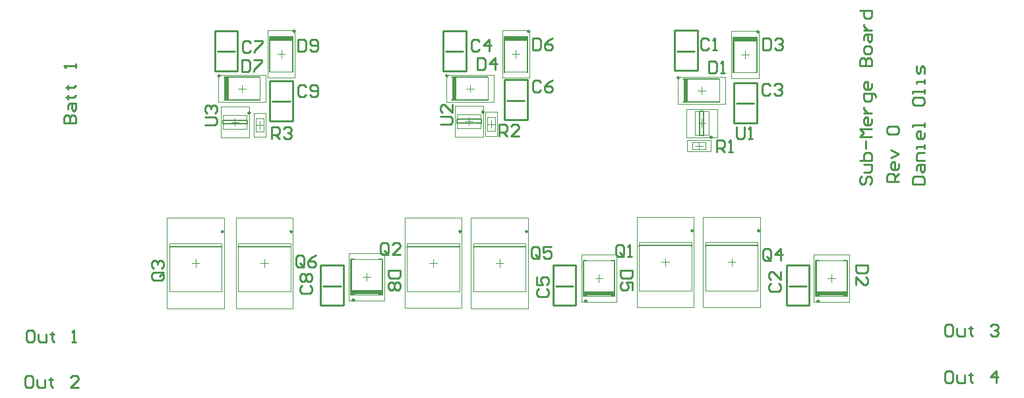
<source format=gto>
G04*
G04 #@! TF.GenerationSoftware,Altium Limited,Altium Designer,18.1.6 (161)*
G04*
G04 Layer_Color=65535*
%FSLAX25Y25*%
%MOIN*%
G70*
G01*
G75*
%ADD10C,0.00984*%
%ADD11C,0.00787*%
%ADD12C,0.01000*%
%ADD13C,0.00394*%
%ADD14R,0.11496X0.02420*%
%ADD15R,0.15512X0.02420*%
%ADD16R,0.02420X0.11496*%
%ADD17C,0.00197*%
D10*
X193340Y340114D02*
G03*
X193340Y340114I-492J0D01*
G01*
X223299Y203886D02*
G03*
X223299Y203886I-492J0D01*
G01*
X170579Y298650D02*
G03*
X170579Y298650I-492J0D01*
G01*
X191874Y238500D02*
G03*
X191874Y238500I-492J0D01*
G01*
X387604Y316496D02*
G03*
X387604Y316496I-492J0D01*
G01*
X458299Y203309D02*
G03*
X458299Y203309I-492J0D01*
G01*
X427866Y339760D02*
G03*
X427866Y339760I-492J0D01*
G01*
X270604Y317496D02*
G03*
X270604Y317496I-492J0D01*
G01*
X340799Y203342D02*
G03*
X340799Y203342I-492J0D01*
G01*
X311940Y340020D02*
G03*
X311940Y340020I-492J0D01*
G01*
X155378Y317496D02*
G03*
X155378Y317496I-492J0D01*
G01*
X394632Y239000D02*
G03*
X394632Y239000I-492J0D01*
G01*
X277318Y238600D02*
G03*
X277318Y238600I-492J0D01*
G01*
X157150Y238500D02*
G03*
X157150Y238500I-492J0D01*
G01*
X404096Y286313D02*
G03*
X404096Y286313I-492J0D01*
G01*
X288839Y299100D02*
G03*
X288839Y299100I-492J0D01*
G01*
X428148Y239000D02*
G03*
X428148Y239000I-492J0D01*
G01*
X310834Y238545D02*
G03*
X310834Y238545I-492J0D01*
G01*
D11*
X192257Y319445D02*
Y337555D01*
X180447Y319445D02*
Y337555D01*
X235602Y224555D02*
X237374D01*
X235602Y206445D02*
X237374D01*
X221626Y224555D02*
X223398D01*
X221626Y206445D02*
X223398D01*
X237374D02*
Y224555D01*
X221626Y206445D02*
Y224555D01*
X169102Y293039D02*
Y295008D01*
X156898Y293039D02*
Y295008D01*
X169102D01*
X156898Y293039D02*
X169102D01*
X190929Y230823D02*
Y230921D01*
X164551D02*
X190929D01*
X164551Y230823D02*
Y230921D01*
X389671Y315905D02*
X407781D01*
X389671Y304095D02*
X407781D01*
X470602Y223978D02*
X472374D01*
X470602Y205868D02*
X472374D01*
X456626Y223978D02*
X458398D01*
X456626Y205868D02*
X458398D01*
X472374D02*
Y223978D01*
X456626Y205868D02*
Y223978D01*
X414972Y319091D02*
Y337201D01*
X426784Y319091D02*
Y337201D01*
X272671Y316905D02*
X290781D01*
X272671Y305095D02*
X290781D01*
X339126Y205901D02*
Y224011D01*
X354874Y205901D02*
Y224011D01*
X339126Y205901D02*
X340898D01*
X339126Y224011D02*
X340898D01*
X353102Y205901D02*
X354874D01*
X353102Y224011D02*
X354874D01*
X310858Y319351D02*
Y337461D01*
X299046Y319351D02*
Y337461D01*
X157445Y316905D02*
X175555D01*
X157445Y305095D02*
X175555D01*
X393687Y231323D02*
Y231421D01*
X367309D02*
X393687D01*
X367309Y231323D02*
Y231421D01*
X276373Y230923D02*
Y231021D01*
X249995D02*
X276373D01*
X249995Y230923D02*
Y231021D01*
X156205Y230823D02*
Y230921D01*
X129827D02*
X156205D01*
X129827Y230823D02*
Y230921D01*
X397994Y287298D02*
X399962D01*
X397994Y299502D02*
X399962D01*
Y287298D02*
Y299502D01*
X397994Y287298D02*
Y299502D01*
X275157Y293490D02*
X287362D01*
X275157Y295458D02*
X287362D01*
X275157Y293490D02*
Y295458D01*
X287362Y293490D02*
Y295458D01*
X427203Y231323D02*
Y231421D01*
X400825D02*
X427203D01*
X400825Y231323D02*
Y231421D01*
X309889Y230868D02*
Y230966D01*
X283511D02*
X309889D01*
X283511Y230868D02*
Y230966D01*
D12*
X181903Y304425D02*
X190722D01*
X180525Y314937D02*
X192179D01*
X180525Y294583D02*
Y314937D01*
Y294583D02*
X192179D01*
Y314937D01*
X396679Y320102D02*
Y340457D01*
X385025Y320102D02*
X396679D01*
X385025D02*
Y340457D01*
X396679D01*
X386403Y329945D02*
X395222D01*
X453327Y201161D02*
Y221515D01*
X441673Y201161D02*
X453327D01*
X441673D02*
Y221515D01*
X453327D01*
X443051Y211003D02*
X451870D01*
X426705Y293602D02*
Y313957D01*
X415051Y293602D02*
X426705D01*
X415051D02*
Y313957D01*
X426705D01*
X416429Y303445D02*
X425248D01*
X269403Y329825D02*
X278222D01*
X268025Y340337D02*
X279679D01*
X268025Y319983D02*
Y340337D01*
Y319983D02*
X279679D01*
Y340337D01*
X325051Y211003D02*
X333870D01*
X323673Y221515D02*
X335327D01*
X323673Y201161D02*
Y221515D01*
Y201161D02*
X335327D01*
Y221515D01*
X300503Y304945D02*
X309322D01*
X299125Y315457D02*
X310779D01*
X299125Y295102D02*
Y315457D01*
Y295102D02*
X310779D01*
Y315457D01*
X154051Y329706D02*
X162870D01*
X152673Y340217D02*
X164327D01*
X152673Y319863D02*
Y340217D01*
Y319863D02*
X164327D01*
Y340217D01*
X207551Y210945D02*
X216370D01*
X206173Y221457D02*
X217827D01*
X206173Y201102D02*
Y221457D01*
Y201102D02*
X217827D01*
Y221457D01*
X195000Y335798D02*
Y329800D01*
X197999D01*
X198999Y330800D01*
Y334798D01*
X197999Y335798D01*
X195000D01*
X200998Y330800D02*
X201998Y329800D01*
X203997D01*
X204997Y330800D01*
Y334798D01*
X203997Y335798D01*
X201998D01*
X200998Y334798D01*
Y333799D01*
X201998Y332799D01*
X204997D01*
X246498Y219000D02*
X240500D01*
Y216001D01*
X241500Y215001D01*
X245498D01*
X246498Y216001D01*
Y219000D01*
X245498Y213002D02*
X246498Y212002D01*
Y210003D01*
X245498Y209003D01*
X244499D01*
X243499Y210003D01*
X242499Y209003D01*
X241500D01*
X240500Y210003D01*
Y212002D01*
X241500Y213002D01*
X242499D01*
X243499Y212002D01*
X244499Y213002D01*
X245498D01*
X243499Y212002D02*
Y210003D01*
X181500Y285500D02*
Y291498D01*
X184499D01*
X185499Y290498D01*
Y288499D01*
X184499Y287499D01*
X181500D01*
X183499D02*
X185499Y285500D01*
X187498Y290498D02*
X188498Y291498D01*
X190497D01*
X191497Y290498D01*
Y289499D01*
X190497Y288499D01*
X189497D01*
X190497D01*
X191497Y287499D01*
Y286500D01*
X190497Y285500D01*
X188498D01*
X187498Y286500D01*
X148002Y292500D02*
X153000D01*
X154000Y293500D01*
Y295499D01*
X153000Y296499D01*
X148002D01*
X149002Y298498D02*
X148002Y299498D01*
Y301497D01*
X149002Y302497D01*
X150001D01*
X151001Y301497D01*
Y300497D01*
Y301497D01*
X152001Y302497D01*
X153000D01*
X154000Y301497D01*
Y299498D01*
X153000Y298498D01*
X197999Y221500D02*
Y225498D01*
X196999Y226498D01*
X195000D01*
X194000Y225498D01*
Y221500D01*
X195000Y220500D01*
X196999D01*
X195999Y222499D02*
X197999Y220500D01*
X196999D02*
X197999Y221500D01*
X203997Y226498D02*
X201997Y225498D01*
X199998Y223499D01*
Y221500D01*
X200998Y220500D01*
X202997D01*
X203997Y221500D01*
Y222499D01*
X202997Y223499D01*
X199998D01*
X198999Y311798D02*
X197999Y312798D01*
X196000D01*
X195000Y311798D01*
Y307800D01*
X196000Y306800D01*
X197999D01*
X198999Y307800D01*
X200998D02*
X201998Y306800D01*
X203997D01*
X204997Y307800D01*
Y311798D01*
X203997Y312798D01*
X201998D01*
X200998Y311798D01*
Y310799D01*
X201998Y309799D01*
X204997D01*
X402499Y335498D02*
X401499Y336498D01*
X399500D01*
X398500Y335498D01*
Y331500D01*
X399500Y330500D01*
X401499D01*
X402499Y331500D01*
X404498Y330500D02*
X406497D01*
X405498D01*
Y336498D01*
X404498Y335498D01*
X434002Y212077D02*
X433002Y211077D01*
Y209078D01*
X434002Y208078D01*
X438000D01*
X439000Y209078D01*
Y211077D01*
X438000Y212077D01*
X439000Y218075D02*
Y214076D01*
X435001Y218075D01*
X434002D01*
X433002Y217075D01*
Y215076D01*
X434002Y214076D01*
X433499Y312518D02*
X432499Y313518D01*
X430500D01*
X429500Y312518D01*
Y308519D01*
X430500Y307520D01*
X432499D01*
X433499Y308519D01*
X435498Y312518D02*
X436498Y313518D01*
X438497D01*
X439497Y312518D01*
Y311518D01*
X438497Y310519D01*
X437497D01*
X438497D01*
X439497Y309519D01*
Y308519D01*
X438497Y307520D01*
X436498D01*
X435498Y308519D01*
X286499Y334998D02*
X285499Y335998D01*
X283500D01*
X282500Y334998D01*
Y331000D01*
X283500Y330000D01*
X285499D01*
X286499Y331000D01*
X291497Y330000D02*
Y335998D01*
X288498Y332999D01*
X292497D01*
X316502Y209557D02*
X315502Y208557D01*
Y206558D01*
X316502Y205558D01*
X320500D01*
X321500Y206558D01*
Y208557D01*
X320500Y209557D01*
X315502Y215555D02*
Y211556D01*
X318501D01*
X317501Y213556D01*
Y214555D01*
X318501Y215555D01*
X320500D01*
X321500Y214555D01*
Y212556D01*
X320500Y211556D01*
X317625Y314222D02*
X316625Y315222D01*
X314626D01*
X313626Y314222D01*
Y310223D01*
X314626Y309224D01*
X316625D01*
X317625Y310223D01*
X323623Y315222D02*
X321623Y314222D01*
X319624Y312223D01*
Y310223D01*
X320624Y309224D01*
X322623D01*
X323623Y310223D01*
Y311223D01*
X322623Y312223D01*
X319624D01*
X170825Y334059D02*
X169825Y335059D01*
X167826D01*
X166826Y334059D01*
Y330060D01*
X167826Y329061D01*
X169825D01*
X170825Y330060D01*
X172824Y335059D02*
X176823D01*
Y334059D01*
X172824Y330060D01*
Y329061D01*
X197002Y211034D02*
X196002Y210034D01*
Y208035D01*
X197002Y207035D01*
X201000D01*
X202000Y208035D01*
Y210034D01*
X201000Y211034D01*
X197002Y213034D02*
X196002Y214033D01*
Y216033D01*
X197002Y217032D01*
X198001D01*
X199001Y216033D01*
X200001Y217032D01*
X201000D01*
X202000Y216033D01*
Y214033D01*
X201000Y213034D01*
X200001D01*
X199001Y214033D01*
X198001Y213034D01*
X197002D01*
X199001Y214033D02*
Y216033D01*
X402378Y324998D02*
Y319000D01*
X405377D01*
X406377Y320000D01*
Y323998D01*
X405377Y324998D01*
X402378D01*
X408376Y319000D02*
X410375D01*
X409376D01*
Y324998D01*
X408376Y323998D01*
X482998Y221423D02*
X477000D01*
Y218424D01*
X478000Y217424D01*
X481998D01*
X482998Y218424D01*
Y221423D01*
X477000Y211426D02*
Y215425D01*
X480999Y211426D01*
X481998D01*
X482998Y212426D01*
Y214425D01*
X481998Y215425D01*
X430000Y336498D02*
Y330500D01*
X432999D01*
X433999Y331500D01*
Y335498D01*
X432999Y336498D01*
X430000D01*
X435998Y335498D02*
X436998Y336498D01*
X438997D01*
X439997Y335498D01*
Y334499D01*
X438997Y333499D01*
X437997D01*
X438997D01*
X439997Y332499D01*
Y331500D01*
X438997Y330500D01*
X436998D01*
X435998Y331500D01*
X285526Y326478D02*
Y320480D01*
X288525D01*
X289525Y321480D01*
Y325479D01*
X288525Y326478D01*
X285526D01*
X294523Y320480D02*
Y326478D01*
X291524Y323479D01*
X295523D01*
X363998Y219000D02*
X358000D01*
Y216001D01*
X359000Y215001D01*
X362998D01*
X363998Y216001D01*
Y219000D01*
Y209003D02*
Y213002D01*
X360999D01*
X361999Y211003D01*
Y210003D01*
X360999Y209003D01*
X359000D01*
X358000Y210003D01*
Y212002D01*
X359000Y213002D01*
X313500Y336498D02*
Y330500D01*
X316499D01*
X317499Y331500D01*
Y335498D01*
X316499Y336498D01*
X313500D01*
X323497D02*
X321497Y335498D01*
X319498Y333499D01*
Y331500D01*
X320498Y330500D01*
X322497D01*
X323497Y331500D01*
Y332499D01*
X322497Y333499D01*
X319498D01*
X166525Y325498D02*
Y319500D01*
X169524D01*
X170524Y320500D01*
Y324498D01*
X169524Y325498D01*
X166525D01*
X172523D02*
X176522D01*
Y324498D01*
X172523Y320500D01*
Y319500D01*
X359499Y227000D02*
Y230998D01*
X358499Y231998D01*
X356500D01*
X355500Y230998D01*
Y227000D01*
X356500Y226000D01*
X358499D01*
X357499Y227999D02*
X359499Y226000D01*
X358499D02*
X359499Y227000D01*
X361498Y226000D02*
X363497D01*
X362498D01*
Y231998D01*
X361498Y230998D01*
X240499Y228000D02*
Y231998D01*
X239499Y232998D01*
X237500D01*
X236500Y231998D01*
Y228000D01*
X237500Y227000D01*
X239499D01*
X238499Y228999D02*
X240499Y227000D01*
X239499D02*
X240499Y228000D01*
X246497Y227000D02*
X242498D01*
X246497Y230999D01*
Y231998D01*
X245497Y232998D01*
X243498D01*
X242498Y231998D01*
X126000Y217999D02*
X122002D01*
X121002Y216999D01*
Y215000D01*
X122002Y214000D01*
X126000D01*
X127000Y215000D01*
Y216999D01*
X125001Y215999D02*
X127000Y217999D01*
Y216999D02*
X126000Y217999D01*
X122002Y219998D02*
X121002Y220998D01*
Y222997D01*
X122002Y223997D01*
X123001D01*
X124001Y222997D01*
Y221997D01*
Y222997D01*
X125001Y223997D01*
X126000D01*
X127000Y222997D01*
Y220998D01*
X126000Y219998D01*
X406598Y279000D02*
Y284998D01*
X409597D01*
X410597Y283998D01*
Y281999D01*
X409597Y280999D01*
X406598D01*
X408598D02*
X410597Y279000D01*
X412597D02*
X414596D01*
X413596D01*
Y284998D01*
X412597Y283998D01*
X296400Y286800D02*
Y292798D01*
X299399D01*
X300399Y291798D01*
Y289799D01*
X299399Y288799D01*
X296400D01*
X298399D02*
X300399Y286800D01*
X306397D02*
X302398D01*
X306397Y290799D01*
Y291798D01*
X305397Y292798D01*
X303398D01*
X302398Y291798D01*
X416500Y291498D02*
Y286500D01*
X417500Y285500D01*
X419499D01*
X420499Y286500D01*
Y291498D01*
X422498Y285500D02*
X424497D01*
X423498D01*
Y291498D01*
X422498Y290498D01*
X267002Y293000D02*
X272000D01*
X273000Y294000D01*
Y295999D01*
X272000Y296999D01*
X267002D01*
X273000Y302997D02*
Y298998D01*
X269001Y302997D01*
X268002D01*
X267002Y301997D01*
Y299998D01*
X268002Y298998D01*
X433999Y225000D02*
Y228998D01*
X432999Y229998D01*
X431000D01*
X430000Y228998D01*
Y225000D01*
X431000Y224000D01*
X432999D01*
X431999Y225999D02*
X433999Y224000D01*
X432999D02*
X433999Y225000D01*
X438997Y224000D02*
Y229998D01*
X435998Y226999D01*
X439997D01*
X316999Y226000D02*
Y229998D01*
X315999Y230998D01*
X314000D01*
X313000Y229998D01*
Y226000D01*
X314000Y225000D01*
X315999D01*
X314999Y226999D02*
X316999Y225000D01*
X315999D02*
X316999Y226000D01*
X322997Y230998D02*
X318998D01*
Y227999D01*
X320997Y228999D01*
X321997D01*
X322997Y227999D01*
Y226000D01*
X321997Y225000D01*
X319998D01*
X318998Y226000D01*
X524999Y167998D02*
X523000D01*
X522000Y166998D01*
Y163000D01*
X523000Y162000D01*
X524999D01*
X525999Y163000D01*
Y166998D01*
X524999Y167998D01*
X527998Y165999D02*
Y163000D01*
X528998Y162000D01*
X531997D01*
Y165999D01*
X534996Y166998D02*
Y165999D01*
X533996D01*
X535995D01*
X534996D01*
Y163000D01*
X535995Y162000D01*
X547992D02*
Y167998D01*
X544993Y164999D01*
X548991D01*
X524999Y191498D02*
X523000D01*
X522000Y190498D01*
Y186500D01*
X523000Y185500D01*
X524999D01*
X525999Y186500D01*
Y190498D01*
X524999Y191498D01*
X527998Y189499D02*
Y186500D01*
X528998Y185500D01*
X531997D01*
Y189499D01*
X534996Y190498D02*
Y189499D01*
X533996D01*
X535995D01*
X534996D01*
Y186500D01*
X535995Y185500D01*
X544993Y190498D02*
X545992Y191498D01*
X547992D01*
X548991Y190498D01*
Y189499D01*
X547992Y188499D01*
X546992D01*
X547992D01*
X548991Y187499D01*
Y186500D01*
X547992Y185500D01*
X545992D01*
X544993Y186500D01*
X505502Y262500D02*
X511500D01*
Y265499D01*
X510500Y266499D01*
X506502D01*
X505502Y265499D01*
Y262500D01*
X507501Y269498D02*
Y271497D01*
X508501Y272497D01*
X511500D01*
Y269498D01*
X510500Y268498D01*
X509501Y269498D01*
Y272497D01*
X511500Y274496D02*
X507501D01*
Y277495D01*
X508501Y278495D01*
X511500D01*
Y280494D02*
Y282493D01*
Y281494D01*
X507501D01*
Y280494D01*
X511500Y288492D02*
Y286492D01*
X510500Y285493D01*
X508501D01*
X507501Y286492D01*
Y288492D01*
X508501Y289491D01*
X509501D01*
Y285493D01*
X511500Y291491D02*
Y293490D01*
Y292490D01*
X505502D01*
Y291491D01*
Y305486D02*
Y303487D01*
X506502Y302487D01*
X510500D01*
X511500Y303487D01*
Y305486D01*
X510500Y306486D01*
X506502D01*
X505502Y305486D01*
X511500Y308485D02*
Y310485D01*
Y309485D01*
X505502D01*
Y308485D01*
X511500Y313484D02*
Y315483D01*
Y314483D01*
X507501D01*
Y313484D01*
X511500Y318482D02*
Y321481D01*
X510500Y322481D01*
X509501Y321481D01*
Y319482D01*
X508501Y318482D01*
X507501Y319482D01*
Y322481D01*
X498500Y263800D02*
X492502D01*
Y266799D01*
X493502Y267799D01*
X495501D01*
X496501Y266799D01*
Y263800D01*
Y265799D02*
X498500Y267799D01*
Y272797D02*
Y270798D01*
X497500Y269798D01*
X495501D01*
X494501Y270798D01*
Y272797D01*
X495501Y273797D01*
X496501D01*
Y269798D01*
X494501Y275796D02*
X498500Y277796D01*
X494501Y279795D01*
X493502Y287792D02*
X492502Y288792D01*
Y290791D01*
X493502Y291791D01*
X497500D01*
X498500Y290791D01*
Y288792D01*
X497500Y287792D01*
X493502D01*
X480002Y266499D02*
X479002Y265499D01*
Y263500D01*
X480002Y262500D01*
X481001D01*
X482001Y263500D01*
Y265499D01*
X483001Y266499D01*
X484000D01*
X485000Y265499D01*
Y263500D01*
X484000Y262500D01*
X481001Y268498D02*
X484000D01*
X485000Y269498D01*
Y272497D01*
X481001D01*
X479002Y274496D02*
X485000D01*
Y277495D01*
X484000Y278495D01*
X483001D01*
X482001D01*
X481001Y277495D01*
Y274496D01*
X482001Y280494D02*
Y284493D01*
X485000Y286492D02*
X479002D01*
X481001Y288492D01*
X479002Y290491D01*
X485000D01*
Y295489D02*
Y293490D01*
X484000Y292490D01*
X482001D01*
X481001Y293490D01*
Y295489D01*
X482001Y296489D01*
X483001D01*
Y292490D01*
X481001Y298488D02*
X485000D01*
X483001D01*
X482001Y299488D01*
X481001Y300488D01*
Y301487D01*
X486999Y306486D02*
Y307485D01*
X486000Y308485D01*
X481001D01*
Y305486D01*
X482001Y304486D01*
X484000D01*
X485000Y305486D01*
Y308485D01*
Y313484D02*
Y311484D01*
X484000Y310485D01*
X482001D01*
X481001Y311484D01*
Y313484D01*
X482001Y314483D01*
X483001D01*
Y310485D01*
X479002Y322481D02*
X485000D01*
Y325480D01*
X484000Y326479D01*
X483001D01*
X482001Y325480D01*
Y322481D01*
Y325480D01*
X481001Y326479D01*
X480002D01*
X479002Y325480D01*
Y322481D01*
X485000Y329478D02*
Y331478D01*
X484000Y332477D01*
X482001D01*
X481001Y331478D01*
Y329478D01*
X482001Y328479D01*
X484000D01*
X485000Y329478D01*
X481001Y335476D02*
Y337476D01*
X482001Y338475D01*
X485000D01*
Y335476D01*
X484000Y334477D01*
X483001Y335476D01*
Y338475D01*
X481001Y340475D02*
X485000D01*
X483001D01*
X482001Y341475D01*
X481001Y342474D01*
Y343474D01*
X479002Y350471D02*
X485000D01*
Y347473D01*
X484000Y346473D01*
X482001D01*
X481001Y347473D01*
Y350471D01*
X59999Y165498D02*
X58000D01*
X57000Y164498D01*
Y160500D01*
X58000Y159500D01*
X59999D01*
X60999Y160500D01*
Y164498D01*
X59999Y165498D01*
X62998Y163499D02*
Y160500D01*
X63998Y159500D01*
X66997D01*
Y163499D01*
X69996Y164498D02*
Y163499D01*
X68996D01*
X70995D01*
X69996D01*
Y160500D01*
X70995Y159500D01*
X83991D02*
X79993D01*
X83991Y163499D01*
Y164498D01*
X82992Y165498D01*
X80992D01*
X79993Y164498D01*
X76502Y293400D02*
X82500D01*
Y296399D01*
X81500Y297399D01*
X80501D01*
X79501Y296399D01*
Y293400D01*
Y296399D01*
X78501Y297399D01*
X77502D01*
X76502Y296399D01*
Y293400D01*
X78501Y300398D02*
Y302397D01*
X79501Y303397D01*
X82500D01*
Y300398D01*
X81500Y299398D01*
X80501Y300398D01*
Y303397D01*
X77502Y306396D02*
X78501D01*
Y305396D01*
Y307396D01*
Y306396D01*
X81500D01*
X82500Y307396D01*
X77502Y311394D02*
X78501D01*
Y310395D01*
Y312394D01*
Y311394D01*
X81500D01*
X82500Y312394D01*
Y321391D02*
Y323390D01*
Y322391D01*
X76502D01*
X77502Y321391D01*
X60499Y188498D02*
X58500D01*
X57500Y187498D01*
Y183500D01*
X58500Y182500D01*
X60499D01*
X61499Y183500D01*
Y187498D01*
X60499Y188498D01*
X63498Y186499D02*
Y183500D01*
X64498Y182500D01*
X67497D01*
Y186499D01*
X70496Y187498D02*
Y186499D01*
X69496D01*
X71495D01*
X70496D01*
Y183500D01*
X71495Y182500D01*
X80493D02*
X82492D01*
X81492D01*
Y188498D01*
X80493Y187498D01*
D13*
X180604Y337496D02*
X192100D01*
X180604Y319504D02*
X192100D01*
Y337496D01*
X180604Y319504D02*
Y337496D01*
X237256Y206504D02*
Y224496D01*
X221744Y206504D02*
Y224496D01*
X237256D01*
X221744Y206504D02*
X237256D01*
X177370Y289102D02*
Y295992D01*
X173630Y289102D02*
Y295992D01*
X177370D01*
X173630Y289102D02*
X177370D01*
X156996Y297468D02*
X169004D01*
X156996Y290579D02*
X169004D01*
Y297468D01*
X156996Y290579D02*
Y297468D01*
X164453Y232594D02*
X191028D01*
X164453Y208106D02*
X191028D01*
Y232594D01*
X164453Y208106D02*
Y232594D01*
X389730Y304252D02*
Y315748D01*
X407722Y304252D02*
Y315748D01*
X389730D02*
X407722D01*
X389730Y304252D02*
X407722D01*
X472256Y205927D02*
Y223919D01*
X456744Y205927D02*
Y223919D01*
X472256D01*
X456744Y205927D02*
X472256D01*
X415130Y319150D02*
Y337142D01*
X426626Y319150D02*
Y337142D01*
X415130Y319150D02*
X426626D01*
X415130Y337142D02*
X426626D01*
X272730Y305252D02*
Y316748D01*
X290722Y305252D02*
Y316748D01*
X272730D02*
X290722D01*
X272730Y305252D02*
X290722D01*
X339244Y205960D02*
X354756D01*
X339244Y223952D02*
X354756D01*
X339244Y205960D02*
Y223952D01*
X354756Y205960D02*
Y223952D01*
X299204Y337402D02*
X310700D01*
X299204Y319410D02*
X310700D01*
Y337402D01*
X299204Y319410D02*
Y337402D01*
X157504Y305252D02*
Y316748D01*
X175496Y305252D02*
Y316748D01*
X157504D02*
X175496D01*
X157504Y305252D02*
X175496D01*
X367211Y233095D02*
X393786D01*
X367211Y208606D02*
X393786D01*
Y233095D01*
X367211Y208606D02*
Y233095D01*
X249897Y232695D02*
X276472D01*
X249897Y208206D02*
X276472D01*
Y232695D01*
X249897Y208206D02*
Y232695D01*
X129728Y232594D02*
X156303D01*
X129728Y208106D02*
X156303D01*
Y232594D01*
X129728Y208106D02*
Y232594D01*
X394055Y280130D02*
X400945D01*
X394055Y283870D02*
X400945D01*
Y280130D02*
Y283870D01*
X394055Y280130D02*
Y283870D01*
X290630Y289555D02*
X294370D01*
X290630Y296445D02*
X294370D01*
X290630Y289555D02*
Y296445D01*
X294370Y289555D02*
Y296445D01*
X402423Y287396D02*
Y299404D01*
X395533Y287396D02*
Y299404D01*
Y287396D02*
X402423D01*
X395533Y299404D02*
X402423D01*
X275256Y291029D02*
Y297919D01*
X287264Y291029D02*
Y297919D01*
X275256Y291029D02*
X287264D01*
X275256Y297919D02*
X287264D01*
X400727Y233095D02*
X427302D01*
X400727Y208606D02*
X427302D01*
Y233095D01*
X400727Y208606D02*
Y233095D01*
X283413Y232639D02*
X309987D01*
X283413Y208151D02*
X309987D01*
Y232639D01*
X283413Y208151D02*
Y232639D01*
X179462Y340508D02*
X193242D01*
X179462Y316492D02*
X193242D01*
Y340508D01*
X179462Y316492D02*
Y340508D01*
X186352Y326532D02*
Y330469D01*
X184383Y328500D02*
X188321D01*
X227532Y215500D02*
X231469D01*
X229500Y213531D02*
Y217469D01*
X238358Y203492D02*
Y227508D01*
X220642Y203492D02*
Y227508D01*
X238358D01*
X220642Y203492D02*
X238358D01*
X173630Y292547D02*
X177370D01*
X175500Y290677D02*
Y294417D01*
X163000Y292055D02*
Y295992D01*
X161031Y294024D02*
X164969D01*
X163370Y245488D02*
X192110D01*
X163370Y199622D02*
X192110D01*
Y245488D01*
X163370Y199622D02*
Y245488D01*
X177740Y220587D02*
Y224524D01*
X175772Y222555D02*
X179709D01*
X386718Y303110D02*
Y316890D01*
X410734Y303110D02*
Y316890D01*
X386718D02*
X410734D01*
X386718Y303110D02*
X410734D01*
X396758Y310000D02*
X400695D01*
X398726Y308032D02*
Y311968D01*
X462532Y214923D02*
X466468D01*
X464500Y212954D02*
Y216891D01*
X473358Y202915D02*
Y226931D01*
X455642Y202915D02*
Y226931D01*
X473358D01*
X455642Y202915D02*
X473358D01*
X418910Y328146D02*
X422847D01*
X420878Y326177D02*
Y330114D01*
X413988Y316138D02*
Y340154D01*
X427768Y316138D02*
Y340154D01*
X413988Y316138D02*
X427768D01*
X413988Y340154D02*
X427768D01*
X269718Y304110D02*
Y317890D01*
X293734Y304110D02*
Y317890D01*
X269718D02*
X293734D01*
X269718Y304110D02*
X293734D01*
X279757Y311000D02*
X283695D01*
X281726Y309032D02*
Y312968D01*
X338142Y202948D02*
X355858D01*
X338142Y226964D02*
X355858D01*
X338142Y202948D02*
Y226964D01*
X355858Y202948D02*
Y226964D01*
X347000Y212987D02*
Y216924D01*
X345031Y214956D02*
X348969D01*
X298062Y340414D02*
X311842D01*
X298062Y316398D02*
X311842D01*
Y340414D01*
X298062Y316398D02*
Y340414D01*
X304952Y326438D02*
Y330375D01*
X302983Y328406D02*
X306921D01*
X154492Y304110D02*
Y317890D01*
X178508Y304110D02*
Y317890D01*
X154492D02*
X178508D01*
X154492Y304110D02*
X178508D01*
X164532Y311000D02*
X168468D01*
X166500Y309032D02*
Y312968D01*
X366128Y245988D02*
X394868D01*
X366128Y200122D02*
X394868D01*
Y245988D01*
X366128Y200122D02*
Y245988D01*
X380498Y221087D02*
Y225024D01*
X378530Y223055D02*
X382467D01*
X248814Y245588D02*
X277554D01*
X248814Y199722D02*
X277554D01*
Y245588D01*
X248814Y199722D02*
Y245588D01*
X263184Y220687D02*
Y224624D01*
X261216Y222655D02*
X265153D01*
X128646Y245488D02*
X157386D01*
X128646Y199622D02*
X157386D01*
Y245488D01*
X128646Y199622D02*
Y245488D01*
X143016Y220587D02*
Y224524D01*
X141047Y222555D02*
X144984D01*
X397500Y280130D02*
Y283870D01*
X395630Y282000D02*
X399370D01*
X292500Y291130D02*
Y294870D01*
X290630Y293000D02*
X294370D01*
X397009Y293400D02*
X400947D01*
X398978Y291431D02*
Y295369D01*
X279291Y294474D02*
X283228D01*
X281260Y292506D02*
Y296443D01*
X399644Y245988D02*
X428384D01*
X399644Y200122D02*
X428384D01*
Y245988D01*
X399644Y200122D02*
Y245988D01*
X414014Y221087D02*
Y225024D01*
X412046Y223055D02*
X415983D01*
X282330Y245533D02*
X311070D01*
X282330Y199667D02*
X311070D01*
Y245533D01*
X282330Y199667D02*
Y245533D01*
X296700Y220632D02*
Y224569D01*
X294731Y222600D02*
X298669D01*
D14*
X186352Y336286D02*
D03*
X420878Y335932D02*
D03*
X304952Y336192D02*
D03*
D15*
X229500Y207714D02*
D03*
X464500Y207137D02*
D03*
X347000Y207170D02*
D03*
D16*
X390940Y310000D02*
D03*
X273939Y311000D02*
D03*
X158714D02*
D03*
D17*
X178453Y286445D02*
Y298650D01*
X172547Y286445D02*
Y298650D01*
X178453D01*
X172547Y286445D02*
X178453D01*
X155913Y301799D02*
X170087D01*
X155913Y286248D02*
X170087D01*
Y301799D01*
X155913Y286248D02*
Y301799D01*
X391398Y279047D02*
X403602D01*
X391398Y284953D02*
X403602D01*
Y279047D02*
Y284953D01*
X391398Y279047D02*
Y284953D01*
X289547Y286898D02*
X295453D01*
X289547Y299102D02*
X295453D01*
X289547Y286898D02*
Y299102D01*
X295453Y286898D02*
Y299102D01*
X406753Y286313D02*
Y300487D01*
X391202Y286313D02*
Y300487D01*
Y286313D02*
X406753D01*
X391202Y300487D02*
X406753D01*
X274173Y286698D02*
Y302250D01*
X288347Y286698D02*
Y302250D01*
X274173Y286698D02*
X288347D01*
X274173Y302250D02*
X288347D01*
M02*

</source>
